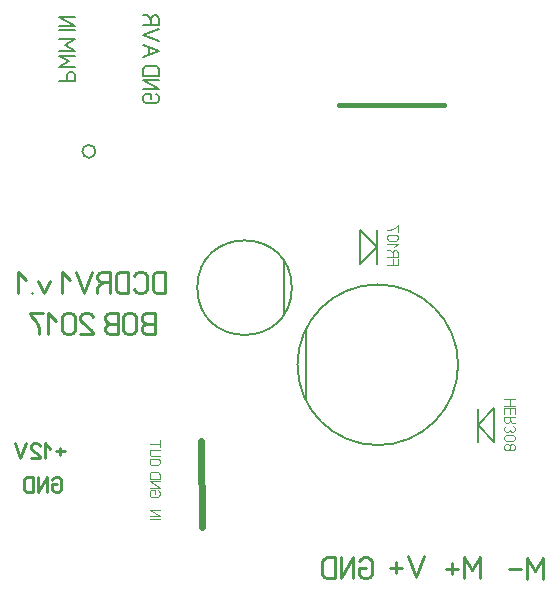
<source format=gbr>
%FSLAX32Y32*%
%MOMM*%
%LNBESTUECKUNG2*%
G71*
G01*
%ADD10C, 0.15*%
%ADD11C, 0.17*%
%ADD12C, 0.11*%
%ADD13C, 0.22*%
%ADD14C, 0.20*%
%ADD15C, 0.60*%
%ADD16C, 0.40*%
%LPD*%
G54D10*
G75*
G01X761Y3646D02*
G03X761Y3646I0J55D01*
G01*
G54D11*
X509Y4295D02*
X642Y4295D01*
X642Y4345D01*
X634Y4365D01*
X617Y4375D01*
X601Y4375D01*
X584Y4365D01*
X576Y4345D01*
X576Y4295D01*
G54D11*
X642Y4412D02*
X509Y4412D01*
X592Y4462D01*
X509Y4512D01*
X642Y4512D01*
G54D11*
X509Y4549D02*
X642Y4549D01*
X559Y4599D01*
X642Y4649D01*
X509Y4649D01*
G54D11*
X509Y4725D02*
X642Y4725D01*
G54D11*
X509Y4762D02*
X642Y4762D01*
X509Y4842D01*
X642Y4842D01*
G54D11*
X1289Y4148D02*
X1289Y4188D01*
X1247Y4188D01*
X1231Y4178D01*
X1222Y4158D01*
X1222Y4138D01*
X1231Y4118D01*
X1247Y4108D01*
X1331Y4108D01*
X1347Y4118D01*
X1356Y4138D01*
X1356Y4158D01*
X1347Y4178D01*
X1331Y4188D01*
G54D11*
X1222Y4225D02*
X1356Y4225D01*
X1222Y4305D01*
X1356Y4305D01*
G54D11*
X1222Y4342D02*
X1356Y4342D01*
X1356Y4392D01*
X1347Y4412D01*
X1331Y4422D01*
X1247Y4422D01*
X1231Y4412D01*
X1222Y4392D01*
X1222Y4342D01*
G54D11*
X1222Y4498D02*
X1356Y4548D01*
X1222Y4598D01*
G54D11*
X1272Y4518D02*
X1272Y4578D01*
G54D11*
X1356Y4635D02*
X1222Y4685D01*
X1356Y4735D01*
G54D11*
X1289Y4812D02*
X1272Y4842D01*
X1256Y4852D01*
X1222Y4852D01*
G54D11*
X1222Y4772D02*
X1356Y4772D01*
X1356Y4822D01*
X1347Y4842D01*
X1331Y4852D01*
X1314Y4852D01*
X1297Y4842D01*
X1289Y4822D01*
X1289Y4772D01*
G54D12*
X1275Y589D02*
X1364Y589D01*
G54D12*
X1275Y613D02*
X1364Y613D01*
X1275Y667D01*
X1364Y667D01*
G54D12*
X1319Y803D02*
X1319Y830D01*
X1291Y830D01*
X1280Y823D01*
X1275Y810D01*
X1275Y796D01*
X1280Y783D01*
X1291Y776D01*
X1347Y776D01*
X1358Y783D01*
X1364Y796D01*
X1364Y810D01*
X1358Y823D01*
X1347Y830D01*
G54D12*
X1275Y853D02*
X1364Y853D01*
X1275Y907D01*
X1364Y907D01*
G54D12*
X1275Y930D02*
X1364Y930D01*
X1364Y964D01*
X1358Y977D01*
X1347Y984D01*
X1291Y984D01*
X1280Y977D01*
X1275Y964D01*
X1275Y930D01*
G54D12*
X1347Y1099D02*
X1291Y1099D01*
X1280Y1093D01*
X1275Y1079D01*
X1275Y1066D01*
X1280Y1053D01*
X1291Y1046D01*
X1347Y1046D01*
X1358Y1053D01*
X1364Y1066D01*
X1364Y1079D01*
X1358Y1093D01*
X1347Y1099D01*
G54D12*
X1364Y1123D02*
X1291Y1123D01*
X1280Y1130D01*
X1275Y1143D01*
X1275Y1156D01*
X1280Y1170D01*
X1291Y1176D01*
X1364Y1176D01*
G54D12*
X1275Y1227D02*
X1364Y1227D01*
G54D12*
X1364Y1200D02*
X1364Y1253D01*
G54D13*
X555Y1161D02*
X480Y1161D01*
G54D13*
X517Y1192D02*
X517Y1130D01*
G54D13*
X436Y1184D02*
X389Y1231D01*
X389Y1106D01*
G54D13*
X270Y1106D02*
X345Y1106D01*
X345Y1114D01*
X335Y1130D01*
X279Y1176D01*
X270Y1192D01*
X270Y1207D01*
X279Y1223D01*
X298Y1231D01*
X317Y1231D01*
X335Y1223D01*
X345Y1207D01*
G54D13*
X226Y1231D02*
X179Y1106D01*
X132Y1231D01*
G54D14*
X3200Y2747D02*
X3200Y3033D01*
G54D12*
X3288Y2739D02*
X3377Y2739D01*
X3377Y2786D01*
G54D12*
X3333Y2739D02*
X3333Y2786D01*
G54D12*
X3333Y2837D02*
X3322Y2857D01*
X3310Y2863D01*
X3288Y2863D01*
G54D12*
X3288Y2810D02*
X3377Y2810D01*
X3377Y2843D01*
X3372Y2857D01*
X3360Y2863D01*
X3349Y2863D01*
X3338Y2857D01*
X3333Y2843D01*
X3333Y2810D01*
G54D12*
X3344Y2887D02*
X3377Y2920D01*
X3288Y2920D01*
G54D12*
X3360Y2997D02*
X3305Y2997D01*
X3294Y2991D01*
X3288Y2977D01*
X3288Y2964D01*
X3294Y2951D01*
X3305Y2944D01*
X3360Y2944D01*
X3372Y2951D01*
X3377Y2964D01*
X3377Y2977D01*
X3372Y2991D01*
X3360Y2997D01*
G54D12*
X3377Y3021D02*
X3377Y3074D01*
X3366Y3068D01*
X3349Y3054D01*
X3327Y3041D01*
X3310Y3034D01*
X3288Y3034D01*
G54D13*
X4604Y84D02*
X4604Y262D01*
X4537Y151D01*
X4470Y262D01*
X4470Y84D01*
G54D13*
X4422Y162D02*
X4315Y162D01*
G54D13*
X3595Y275D02*
X3529Y97D01*
X3462Y275D01*
G54D13*
X3413Y175D02*
X3307Y175D01*
G54D13*
X3360Y220D02*
X3360Y131D01*
G54D13*
X3104Y175D02*
X3050Y175D01*
X3050Y120D01*
X3064Y97D01*
X3090Y86D01*
X3117Y86D01*
X3144Y97D01*
X3157Y120D01*
X3157Y231D01*
X3144Y253D01*
X3117Y264D01*
X3090Y264D01*
X3064Y253D01*
X3050Y231D01*
G54D13*
X3001Y86D02*
X3001Y264D01*
X2894Y86D01*
X2894Y264D01*
G54D13*
X2845Y86D02*
X2845Y264D01*
X2778Y264D01*
X2752Y253D01*
X2738Y231D01*
X2738Y120D01*
X2752Y97D01*
X2778Y86D01*
X2845Y86D01*
G54D12*
X4368Y1602D02*
X4280Y1602D01*
G54D12*
X4368Y1548D02*
X4280Y1548D01*
G54D12*
X4324Y1602D02*
X4324Y1548D01*
G54D12*
X4368Y1478D02*
X4368Y1525D01*
X4280Y1525D01*
X4280Y1478D01*
G54D12*
X4324Y1525D02*
X4324Y1478D01*
G54D12*
X4324Y1427D02*
X4335Y1407D01*
X4346Y1400D01*
X4368Y1400D01*
G54D12*
X4368Y1454D02*
X4280Y1454D01*
X4280Y1420D01*
X4285Y1407D01*
X4296Y1400D01*
X4307Y1400D01*
X4318Y1407D01*
X4324Y1420D01*
X4324Y1454D01*
G54D12*
X4296Y1377D02*
X4285Y1370D01*
X4280Y1357D01*
X4280Y1343D01*
X4285Y1330D01*
X4296Y1323D01*
X4307Y1323D01*
X4318Y1330D01*
X4324Y1343D01*
X4330Y1330D01*
X4341Y1323D01*
X4352Y1323D01*
X4363Y1330D01*
X4368Y1343D01*
X4368Y1357D01*
X4363Y1370D01*
X4352Y1377D01*
G54D12*
X4296Y1246D02*
X4352Y1246D01*
X4363Y1253D01*
X4368Y1266D01*
X4368Y1280D01*
X4363Y1293D01*
X4352Y1300D01*
X4296Y1300D01*
X4285Y1293D01*
X4280Y1280D01*
X4280Y1266D01*
X4285Y1253D01*
X4296Y1246D01*
G54D12*
X4324Y1189D02*
X4324Y1203D01*
X4318Y1216D01*
X4307Y1223D01*
X4296Y1223D01*
X4285Y1216D01*
X4280Y1203D01*
X4280Y1189D01*
X4285Y1176D01*
X4296Y1169D01*
X4307Y1169D01*
X4318Y1176D01*
X4324Y1189D01*
X4330Y1176D01*
X4341Y1169D01*
X4352Y1169D01*
X4363Y1176D01*
X4368Y1189D01*
X4368Y1203D01*
X4363Y1216D01*
X4352Y1223D01*
X4341Y1223D01*
X4330Y1216D01*
X4324Y1203D01*
G54D13*
X4071Y91D02*
X4071Y269D01*
X4004Y158D01*
X3938Y269D01*
X3938Y91D01*
G54D13*
X3889Y169D02*
X3782Y169D01*
G54D13*
X3836Y214D02*
X3836Y125D01*
G54D15*
X1715Y523D02*
X1714Y1246D01*
G54D14*
G75*
G01X1679Y2547D02*
G03X1679Y2547I400J0D01*
G01*
G54D14*
G75*
G01X3887Y1894D02*
G03X3887Y1894I-680J0D01*
G01*
G54D14*
X3200Y2889D02*
X3058Y3031D01*
X3058Y2746D01*
X3200Y2889D01*
G54D14*
X4052Y1523D02*
X4052Y1238D01*
G54D14*
X4052Y1382D02*
X4195Y1239D01*
X4195Y1525D01*
X4052Y1382D01*
G54D13*
X1317Y2153D02*
X1317Y2331D01*
X1250Y2331D01*
X1223Y2320D01*
X1210Y2298D01*
X1210Y2276D01*
X1223Y2253D01*
X1250Y2242D01*
X1223Y2231D01*
X1210Y2209D01*
X1210Y2187D01*
X1223Y2165D01*
X1250Y2153D01*
X1317Y2153D01*
G54D13*
X1317Y2242D02*
X1250Y2242D01*
G54D13*
X1054Y2298D02*
X1054Y2187D01*
X1067Y2165D01*
X1094Y2153D01*
X1121Y2153D01*
X1147Y2165D01*
X1161Y2187D01*
X1161Y2298D01*
X1147Y2320D01*
X1121Y2331D01*
X1094Y2331D01*
X1067Y2320D01*
X1054Y2298D01*
G54D13*
X1005Y2153D02*
X1005Y2331D01*
X938Y2331D01*
X911Y2320D01*
X898Y2298D01*
X898Y2276D01*
X911Y2253D01*
X938Y2242D01*
X911Y2231D01*
X898Y2209D01*
X898Y2187D01*
X911Y2165D01*
X938Y2153D01*
X1005Y2153D01*
G54D13*
X1005Y2242D02*
X938Y2242D01*
G54D13*
X690Y2153D02*
X797Y2153D01*
X797Y2165D01*
X783Y2187D01*
X703Y2253D01*
X690Y2276D01*
X690Y2298D01*
X703Y2320D01*
X730Y2331D01*
X757Y2331D01*
X783Y2320D01*
X797Y2298D01*
G54D13*
X534Y2298D02*
X534Y2187D01*
X547Y2165D01*
X574Y2153D01*
X601Y2153D01*
X627Y2165D01*
X641Y2187D01*
X641Y2298D01*
X627Y2320D01*
X601Y2331D01*
X574Y2331D01*
X547Y2320D01*
X534Y2298D01*
G54D13*
X485Y2265D02*
X418Y2331D01*
X418Y2153D01*
G54D13*
X369Y2331D02*
X262Y2331D01*
X275Y2309D01*
X302Y2276D01*
X329Y2231D01*
X342Y2198D01*
X342Y2153D01*
G54D13*
X1408Y2503D02*
X1408Y2680D01*
X1341Y2680D01*
X1315Y2669D01*
X1301Y2647D01*
X1301Y2536D01*
X1315Y2514D01*
X1341Y2503D01*
X1408Y2503D01*
G54D13*
X1145Y2536D02*
X1159Y2514D01*
X1185Y2503D01*
X1212Y2503D01*
X1239Y2514D01*
X1252Y2536D01*
X1252Y2647D01*
X1239Y2669D01*
X1212Y2680D01*
X1185Y2680D01*
X1159Y2669D01*
X1145Y2647D01*
G54D13*
X1096Y2503D02*
X1096Y2680D01*
X1029Y2680D01*
X1003Y2669D01*
X989Y2647D01*
X989Y2536D01*
X1003Y2514D01*
X1029Y2503D01*
X1096Y2503D01*
G54D13*
X887Y2592D02*
X847Y2569D01*
X833Y2547D01*
X833Y2503D01*
G54D13*
X940Y2503D02*
X940Y2680D01*
X873Y2680D01*
X847Y2669D01*
X833Y2647D01*
X833Y2625D01*
X847Y2603D01*
X873Y2592D01*
X940Y2592D01*
G54D13*
X784Y2680D02*
X717Y2503D01*
X651Y2680D01*
G54D13*
X602Y2614D02*
X535Y2680D01*
X535Y2503D01*
G54D13*
X434Y2603D02*
X381Y2503D01*
X327Y2603D01*
G54D13*
X278Y2503D02*
X278Y2503D01*
G54D13*
X229Y2614D02*
X162Y2680D01*
X162Y2503D01*
G54D14*
X2413Y2769D02*
X2413Y2333D01*
G54D14*
X2603Y2198D02*
X2603Y1594D01*
G54D13*
X488Y882D02*
X451Y882D01*
X451Y843D01*
X460Y828D01*
X479Y820D01*
X497Y820D01*
X516Y828D01*
X525Y843D01*
X525Y921D01*
X516Y937D01*
X497Y944D01*
X479Y944D01*
X460Y937D01*
X451Y921D01*
G54D13*
X406Y820D02*
X406Y944D01*
X332Y820D01*
X332Y944D01*
G54D13*
X287Y820D02*
X287Y944D01*
X241Y944D01*
X222Y937D01*
X213Y921D01*
X213Y843D01*
X222Y828D01*
X241Y820D01*
X287Y820D01*
G54D16*
X2881Y4095D02*
X3770Y4095D01*
M02*

</source>
